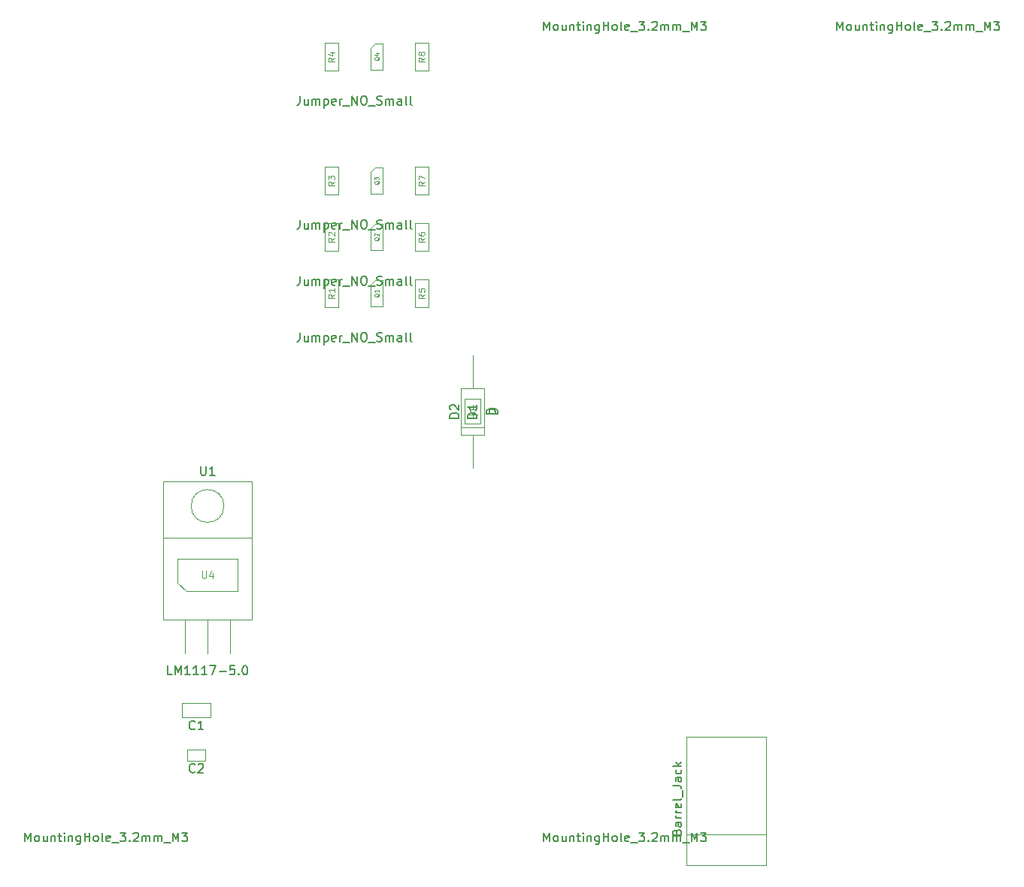
<source format=gbr>
G04 #@! TF.FileFunction,Other,Fab,Top*
%FSLAX46Y46*%
G04 Gerber Fmt 4.6, Leading zero omitted, Abs format (unit mm)*
G04 Created by KiCad (PCBNEW 4.0.4-stable) date 12/21/17 08:36:57*
%MOMM*%
%LPD*%
G01*
G04 APERTURE LIST*
%ADD10C,0.250000*%
%ADD11C,0.100000*%
%ADD12C,0.150000*%
%ADD13C,0.075000*%
%ADD14C,0.105000*%
%ADD15C,0.120000*%
G04 APERTURE END LIST*
D10*
D11*
X89230000Y-147790000D02*
X89230000Y-149390000D01*
X86030000Y-147790000D02*
X89230000Y-147790000D01*
X86030000Y-149390000D02*
X86030000Y-147790000D01*
X89230000Y-149390000D02*
X86030000Y-149390000D01*
X88630000Y-153050000D02*
X88630000Y-154290000D01*
X86630000Y-153050000D02*
X88630000Y-153050000D01*
X86630000Y-154290000D02*
X86630000Y-153050000D01*
X88630000Y-154290000D02*
X86630000Y-154290000D01*
X117395000Y-117535000D02*
X120095000Y-117535000D01*
X120095000Y-117535000D02*
X120095000Y-112335000D01*
X120095000Y-112335000D02*
X117395000Y-112335000D01*
X117395000Y-112335000D02*
X117395000Y-117535000D01*
X118745000Y-121285000D02*
X118745000Y-117535000D01*
X118745000Y-108585000D02*
X118745000Y-112335000D01*
X117395000Y-116755000D02*
X120095000Y-116755000D01*
X107250000Y-100650000D02*
X107250000Y-103100000D01*
X107800000Y-100080000D02*
X108650000Y-100080000D01*
X107250000Y-100650000D02*
X107800000Y-100080000D01*
X108650000Y-100080000D02*
X108650000Y-103120000D01*
X107250000Y-103120000D02*
X108650000Y-103120000D01*
X107250000Y-94300000D02*
X107250000Y-96750000D01*
X107800000Y-93730000D02*
X108650000Y-93730000D01*
X107250000Y-94300000D02*
X107800000Y-93730000D01*
X108650000Y-93730000D02*
X108650000Y-96770000D01*
X107250000Y-96770000D02*
X108650000Y-96770000D01*
X107250000Y-87950000D02*
X107250000Y-90400000D01*
X107800000Y-87380000D02*
X108650000Y-87380000D01*
X107250000Y-87950000D02*
X107800000Y-87380000D01*
X108650000Y-87380000D02*
X108650000Y-90420000D01*
X107250000Y-90420000D02*
X108650000Y-90420000D01*
X107250000Y-73980000D02*
X107250000Y-76430000D01*
X107800000Y-73410000D02*
X108650000Y-73410000D01*
X107250000Y-73980000D02*
X107800000Y-73410000D01*
X108650000Y-73410000D02*
X108650000Y-76450000D01*
X107250000Y-76450000D02*
X108650000Y-76450000D01*
X102070000Y-100000000D02*
X103670000Y-100000000D01*
X102070000Y-103200000D02*
X102070000Y-100000000D01*
X103670000Y-103200000D02*
X102070000Y-103200000D01*
X103670000Y-100000000D02*
X103670000Y-103200000D01*
X102070000Y-93650000D02*
X103670000Y-93650000D01*
X102070000Y-96850000D02*
X102070000Y-93650000D01*
X103670000Y-96850000D02*
X102070000Y-96850000D01*
X103670000Y-93650000D02*
X103670000Y-96850000D01*
X102070000Y-87300000D02*
X103670000Y-87300000D01*
X102070000Y-90500000D02*
X102070000Y-87300000D01*
X103670000Y-90500000D02*
X102070000Y-90500000D01*
X103670000Y-87300000D02*
X103670000Y-90500000D01*
X102070000Y-73330000D02*
X103670000Y-73330000D01*
X102070000Y-76530000D02*
X102070000Y-73330000D01*
X103670000Y-76530000D02*
X102070000Y-76530000D01*
X103670000Y-73330000D02*
X103670000Y-76530000D01*
X112230000Y-100000000D02*
X113830000Y-100000000D01*
X112230000Y-103200000D02*
X112230000Y-100000000D01*
X113830000Y-103200000D02*
X112230000Y-103200000D01*
X113830000Y-100000000D02*
X113830000Y-103200000D01*
X112230000Y-93650000D02*
X113830000Y-93650000D01*
X112230000Y-96850000D02*
X112230000Y-93650000D01*
X113830000Y-96850000D02*
X112230000Y-96850000D01*
X113830000Y-93650000D02*
X113830000Y-96850000D01*
X112230000Y-87300000D02*
X113830000Y-87300000D01*
X112230000Y-90500000D02*
X112230000Y-87300000D01*
X113830000Y-90500000D02*
X112230000Y-90500000D01*
X113830000Y-87300000D02*
X113830000Y-90500000D01*
X112230000Y-73330000D02*
X113830000Y-73330000D01*
X112230000Y-76530000D02*
X112230000Y-73330000D01*
X113830000Y-76530000D02*
X112230000Y-76530000D01*
X113830000Y-73330000D02*
X113830000Y-76530000D01*
X83900000Y-129180000D02*
X83900000Y-122780000D01*
X83900000Y-122780000D02*
X93900000Y-122780000D01*
X93900000Y-122780000D02*
X93900000Y-129180000D01*
X93900000Y-129180000D02*
X83900000Y-129180000D01*
X83900000Y-138430000D02*
X83900000Y-129180000D01*
X83900000Y-129180000D02*
X93900000Y-129180000D01*
X93900000Y-129180000D02*
X93900000Y-138430000D01*
X93900000Y-138430000D02*
X83900000Y-138430000D01*
X86360000Y-138430000D02*
X86360000Y-142240000D01*
X88900000Y-138430000D02*
X88900000Y-142240000D01*
X91440000Y-138430000D02*
X91440000Y-142240000D01*
X90750000Y-125580000D02*
G75*
G03X90750000Y-125580000I-1850000J0D01*
G01*
X118745000Y-114685000D02*
X118745000Y-114185000D01*
X119145000Y-114685000D02*
X118745000Y-115285000D01*
X118345000Y-114685000D02*
X119145000Y-114685000D01*
X118745000Y-115285000D02*
X118345000Y-114685000D01*
X118745000Y-115285000D02*
X119295000Y-115285000D01*
X118745000Y-115285000D02*
X118195000Y-115285000D01*
X118745000Y-115685000D02*
X118745000Y-115285000D01*
X119645000Y-116335000D02*
X117845000Y-116335000D01*
X119645000Y-113535000D02*
X119645000Y-116335000D01*
X117845000Y-113535000D02*
X119645000Y-113535000D01*
X117845000Y-116335000D02*
X117845000Y-113535000D01*
X86550000Y-135200000D02*
X85550000Y-134200000D01*
X86550000Y-135200000D02*
X92250000Y-135200000D01*
X85550000Y-134200000D02*
X85550000Y-131500000D01*
X92250000Y-135200000D02*
X92250000Y-131500000D01*
X85550000Y-131500000D02*
X92250000Y-131500000D01*
X142820000Y-162600000D02*
X151820000Y-162600000D01*
X142820000Y-166100000D02*
X151820000Y-166100000D01*
X151820000Y-166100000D02*
X151820000Y-151600000D01*
X151820000Y-151600000D02*
X142820000Y-151600000D01*
X142820000Y-151600000D02*
X142820000Y-166100000D01*
D12*
X126770952Y-71962381D02*
X126770952Y-70962381D01*
X127104286Y-71676667D01*
X127437619Y-70962381D01*
X127437619Y-71962381D01*
X128056666Y-71962381D02*
X127961428Y-71914762D01*
X127913809Y-71867143D01*
X127866190Y-71771905D01*
X127866190Y-71486190D01*
X127913809Y-71390952D01*
X127961428Y-71343333D01*
X128056666Y-71295714D01*
X128199524Y-71295714D01*
X128294762Y-71343333D01*
X128342381Y-71390952D01*
X128390000Y-71486190D01*
X128390000Y-71771905D01*
X128342381Y-71867143D01*
X128294762Y-71914762D01*
X128199524Y-71962381D01*
X128056666Y-71962381D01*
X129247143Y-71295714D02*
X129247143Y-71962381D01*
X128818571Y-71295714D02*
X128818571Y-71819524D01*
X128866190Y-71914762D01*
X128961428Y-71962381D01*
X129104286Y-71962381D01*
X129199524Y-71914762D01*
X129247143Y-71867143D01*
X129723333Y-71295714D02*
X129723333Y-71962381D01*
X129723333Y-71390952D02*
X129770952Y-71343333D01*
X129866190Y-71295714D01*
X130009048Y-71295714D01*
X130104286Y-71343333D01*
X130151905Y-71438571D01*
X130151905Y-71962381D01*
X130485238Y-71295714D02*
X130866190Y-71295714D01*
X130628095Y-70962381D02*
X130628095Y-71819524D01*
X130675714Y-71914762D01*
X130770952Y-71962381D01*
X130866190Y-71962381D01*
X131199524Y-71962381D02*
X131199524Y-71295714D01*
X131199524Y-70962381D02*
X131151905Y-71010000D01*
X131199524Y-71057619D01*
X131247143Y-71010000D01*
X131199524Y-70962381D01*
X131199524Y-71057619D01*
X131675714Y-71295714D02*
X131675714Y-71962381D01*
X131675714Y-71390952D02*
X131723333Y-71343333D01*
X131818571Y-71295714D01*
X131961429Y-71295714D01*
X132056667Y-71343333D01*
X132104286Y-71438571D01*
X132104286Y-71962381D01*
X133009048Y-71295714D02*
X133009048Y-72105238D01*
X132961429Y-72200476D01*
X132913810Y-72248095D01*
X132818571Y-72295714D01*
X132675714Y-72295714D01*
X132580476Y-72248095D01*
X133009048Y-71914762D02*
X132913810Y-71962381D01*
X132723333Y-71962381D01*
X132628095Y-71914762D01*
X132580476Y-71867143D01*
X132532857Y-71771905D01*
X132532857Y-71486190D01*
X132580476Y-71390952D01*
X132628095Y-71343333D01*
X132723333Y-71295714D01*
X132913810Y-71295714D01*
X133009048Y-71343333D01*
X133485238Y-71962381D02*
X133485238Y-70962381D01*
X133485238Y-71438571D02*
X134056667Y-71438571D01*
X134056667Y-71962381D02*
X134056667Y-70962381D01*
X134675714Y-71962381D02*
X134580476Y-71914762D01*
X134532857Y-71867143D01*
X134485238Y-71771905D01*
X134485238Y-71486190D01*
X134532857Y-71390952D01*
X134580476Y-71343333D01*
X134675714Y-71295714D01*
X134818572Y-71295714D01*
X134913810Y-71343333D01*
X134961429Y-71390952D01*
X135009048Y-71486190D01*
X135009048Y-71771905D01*
X134961429Y-71867143D01*
X134913810Y-71914762D01*
X134818572Y-71962381D01*
X134675714Y-71962381D01*
X135580476Y-71962381D02*
X135485238Y-71914762D01*
X135437619Y-71819524D01*
X135437619Y-70962381D01*
X136342382Y-71914762D02*
X136247144Y-71962381D01*
X136056667Y-71962381D01*
X135961429Y-71914762D01*
X135913810Y-71819524D01*
X135913810Y-71438571D01*
X135961429Y-71343333D01*
X136056667Y-71295714D01*
X136247144Y-71295714D01*
X136342382Y-71343333D01*
X136390001Y-71438571D01*
X136390001Y-71533810D01*
X135913810Y-71629048D01*
X136580477Y-72057619D02*
X137342382Y-72057619D01*
X137485239Y-70962381D02*
X138104287Y-70962381D01*
X137770953Y-71343333D01*
X137913811Y-71343333D01*
X138009049Y-71390952D01*
X138056668Y-71438571D01*
X138104287Y-71533810D01*
X138104287Y-71771905D01*
X138056668Y-71867143D01*
X138009049Y-71914762D01*
X137913811Y-71962381D01*
X137628096Y-71962381D01*
X137532858Y-71914762D01*
X137485239Y-71867143D01*
X138532858Y-71867143D02*
X138580477Y-71914762D01*
X138532858Y-71962381D01*
X138485239Y-71914762D01*
X138532858Y-71867143D01*
X138532858Y-71962381D01*
X138961429Y-71057619D02*
X139009048Y-71010000D01*
X139104286Y-70962381D01*
X139342382Y-70962381D01*
X139437620Y-71010000D01*
X139485239Y-71057619D01*
X139532858Y-71152857D01*
X139532858Y-71248095D01*
X139485239Y-71390952D01*
X138913810Y-71962381D01*
X139532858Y-71962381D01*
X139961429Y-71962381D02*
X139961429Y-71295714D01*
X139961429Y-71390952D02*
X140009048Y-71343333D01*
X140104286Y-71295714D01*
X140247144Y-71295714D01*
X140342382Y-71343333D01*
X140390001Y-71438571D01*
X140390001Y-71962381D01*
X140390001Y-71438571D02*
X140437620Y-71343333D01*
X140532858Y-71295714D01*
X140675715Y-71295714D01*
X140770953Y-71343333D01*
X140818572Y-71438571D01*
X140818572Y-71962381D01*
X141294762Y-71962381D02*
X141294762Y-71295714D01*
X141294762Y-71390952D02*
X141342381Y-71343333D01*
X141437619Y-71295714D01*
X141580477Y-71295714D01*
X141675715Y-71343333D01*
X141723334Y-71438571D01*
X141723334Y-71962381D01*
X141723334Y-71438571D02*
X141770953Y-71343333D01*
X141866191Y-71295714D01*
X142009048Y-71295714D01*
X142104286Y-71343333D01*
X142151905Y-71438571D01*
X142151905Y-71962381D01*
X142390000Y-72057619D02*
X143151905Y-72057619D01*
X143390000Y-71962381D02*
X143390000Y-70962381D01*
X143723334Y-71676667D01*
X144056667Y-70962381D01*
X144056667Y-71962381D01*
X144437619Y-70962381D02*
X145056667Y-70962381D01*
X144723333Y-71343333D01*
X144866191Y-71343333D01*
X144961429Y-71390952D01*
X145009048Y-71438571D01*
X145056667Y-71533810D01*
X145056667Y-71771905D01*
X145009048Y-71867143D01*
X144961429Y-71914762D01*
X144866191Y-71962381D01*
X144580476Y-71962381D01*
X144485238Y-71914762D01*
X144437619Y-71867143D01*
X126770952Y-163402381D02*
X126770952Y-162402381D01*
X127104286Y-163116667D01*
X127437619Y-162402381D01*
X127437619Y-163402381D01*
X128056666Y-163402381D02*
X127961428Y-163354762D01*
X127913809Y-163307143D01*
X127866190Y-163211905D01*
X127866190Y-162926190D01*
X127913809Y-162830952D01*
X127961428Y-162783333D01*
X128056666Y-162735714D01*
X128199524Y-162735714D01*
X128294762Y-162783333D01*
X128342381Y-162830952D01*
X128390000Y-162926190D01*
X128390000Y-163211905D01*
X128342381Y-163307143D01*
X128294762Y-163354762D01*
X128199524Y-163402381D01*
X128056666Y-163402381D01*
X129247143Y-162735714D02*
X129247143Y-163402381D01*
X128818571Y-162735714D02*
X128818571Y-163259524D01*
X128866190Y-163354762D01*
X128961428Y-163402381D01*
X129104286Y-163402381D01*
X129199524Y-163354762D01*
X129247143Y-163307143D01*
X129723333Y-162735714D02*
X129723333Y-163402381D01*
X129723333Y-162830952D02*
X129770952Y-162783333D01*
X129866190Y-162735714D01*
X130009048Y-162735714D01*
X130104286Y-162783333D01*
X130151905Y-162878571D01*
X130151905Y-163402381D01*
X130485238Y-162735714D02*
X130866190Y-162735714D01*
X130628095Y-162402381D02*
X130628095Y-163259524D01*
X130675714Y-163354762D01*
X130770952Y-163402381D01*
X130866190Y-163402381D01*
X131199524Y-163402381D02*
X131199524Y-162735714D01*
X131199524Y-162402381D02*
X131151905Y-162450000D01*
X131199524Y-162497619D01*
X131247143Y-162450000D01*
X131199524Y-162402381D01*
X131199524Y-162497619D01*
X131675714Y-162735714D02*
X131675714Y-163402381D01*
X131675714Y-162830952D02*
X131723333Y-162783333D01*
X131818571Y-162735714D01*
X131961429Y-162735714D01*
X132056667Y-162783333D01*
X132104286Y-162878571D01*
X132104286Y-163402381D01*
X133009048Y-162735714D02*
X133009048Y-163545238D01*
X132961429Y-163640476D01*
X132913810Y-163688095D01*
X132818571Y-163735714D01*
X132675714Y-163735714D01*
X132580476Y-163688095D01*
X133009048Y-163354762D02*
X132913810Y-163402381D01*
X132723333Y-163402381D01*
X132628095Y-163354762D01*
X132580476Y-163307143D01*
X132532857Y-163211905D01*
X132532857Y-162926190D01*
X132580476Y-162830952D01*
X132628095Y-162783333D01*
X132723333Y-162735714D01*
X132913810Y-162735714D01*
X133009048Y-162783333D01*
X133485238Y-163402381D02*
X133485238Y-162402381D01*
X133485238Y-162878571D02*
X134056667Y-162878571D01*
X134056667Y-163402381D02*
X134056667Y-162402381D01*
X134675714Y-163402381D02*
X134580476Y-163354762D01*
X134532857Y-163307143D01*
X134485238Y-163211905D01*
X134485238Y-162926190D01*
X134532857Y-162830952D01*
X134580476Y-162783333D01*
X134675714Y-162735714D01*
X134818572Y-162735714D01*
X134913810Y-162783333D01*
X134961429Y-162830952D01*
X135009048Y-162926190D01*
X135009048Y-163211905D01*
X134961429Y-163307143D01*
X134913810Y-163354762D01*
X134818572Y-163402381D01*
X134675714Y-163402381D01*
X135580476Y-163402381D02*
X135485238Y-163354762D01*
X135437619Y-163259524D01*
X135437619Y-162402381D01*
X136342382Y-163354762D02*
X136247144Y-163402381D01*
X136056667Y-163402381D01*
X135961429Y-163354762D01*
X135913810Y-163259524D01*
X135913810Y-162878571D01*
X135961429Y-162783333D01*
X136056667Y-162735714D01*
X136247144Y-162735714D01*
X136342382Y-162783333D01*
X136390001Y-162878571D01*
X136390001Y-162973810D01*
X135913810Y-163069048D01*
X136580477Y-163497619D02*
X137342382Y-163497619D01*
X137485239Y-162402381D02*
X138104287Y-162402381D01*
X137770953Y-162783333D01*
X137913811Y-162783333D01*
X138009049Y-162830952D01*
X138056668Y-162878571D01*
X138104287Y-162973810D01*
X138104287Y-163211905D01*
X138056668Y-163307143D01*
X138009049Y-163354762D01*
X137913811Y-163402381D01*
X137628096Y-163402381D01*
X137532858Y-163354762D01*
X137485239Y-163307143D01*
X138532858Y-163307143D02*
X138580477Y-163354762D01*
X138532858Y-163402381D01*
X138485239Y-163354762D01*
X138532858Y-163307143D01*
X138532858Y-163402381D01*
X138961429Y-162497619D02*
X139009048Y-162450000D01*
X139104286Y-162402381D01*
X139342382Y-162402381D01*
X139437620Y-162450000D01*
X139485239Y-162497619D01*
X139532858Y-162592857D01*
X139532858Y-162688095D01*
X139485239Y-162830952D01*
X138913810Y-163402381D01*
X139532858Y-163402381D01*
X139961429Y-163402381D02*
X139961429Y-162735714D01*
X139961429Y-162830952D02*
X140009048Y-162783333D01*
X140104286Y-162735714D01*
X140247144Y-162735714D01*
X140342382Y-162783333D01*
X140390001Y-162878571D01*
X140390001Y-163402381D01*
X140390001Y-162878571D02*
X140437620Y-162783333D01*
X140532858Y-162735714D01*
X140675715Y-162735714D01*
X140770953Y-162783333D01*
X140818572Y-162878571D01*
X140818572Y-163402381D01*
X141294762Y-163402381D02*
X141294762Y-162735714D01*
X141294762Y-162830952D02*
X141342381Y-162783333D01*
X141437619Y-162735714D01*
X141580477Y-162735714D01*
X141675715Y-162783333D01*
X141723334Y-162878571D01*
X141723334Y-163402381D01*
X141723334Y-162878571D02*
X141770953Y-162783333D01*
X141866191Y-162735714D01*
X142009048Y-162735714D01*
X142104286Y-162783333D01*
X142151905Y-162878571D01*
X142151905Y-163402381D01*
X142390000Y-163497619D02*
X143151905Y-163497619D01*
X143390000Y-163402381D02*
X143390000Y-162402381D01*
X143723334Y-163116667D01*
X144056667Y-162402381D01*
X144056667Y-163402381D01*
X144437619Y-162402381D02*
X145056667Y-162402381D01*
X144723333Y-162783333D01*
X144866191Y-162783333D01*
X144961429Y-162830952D01*
X145009048Y-162878571D01*
X145056667Y-162973810D01*
X145056667Y-163211905D01*
X145009048Y-163307143D01*
X144961429Y-163354762D01*
X144866191Y-163402381D01*
X144580476Y-163402381D01*
X144485238Y-163354762D01*
X144437619Y-163307143D01*
X68350952Y-163402381D02*
X68350952Y-162402381D01*
X68684286Y-163116667D01*
X69017619Y-162402381D01*
X69017619Y-163402381D01*
X69636666Y-163402381D02*
X69541428Y-163354762D01*
X69493809Y-163307143D01*
X69446190Y-163211905D01*
X69446190Y-162926190D01*
X69493809Y-162830952D01*
X69541428Y-162783333D01*
X69636666Y-162735714D01*
X69779524Y-162735714D01*
X69874762Y-162783333D01*
X69922381Y-162830952D01*
X69970000Y-162926190D01*
X69970000Y-163211905D01*
X69922381Y-163307143D01*
X69874762Y-163354762D01*
X69779524Y-163402381D01*
X69636666Y-163402381D01*
X70827143Y-162735714D02*
X70827143Y-163402381D01*
X70398571Y-162735714D02*
X70398571Y-163259524D01*
X70446190Y-163354762D01*
X70541428Y-163402381D01*
X70684286Y-163402381D01*
X70779524Y-163354762D01*
X70827143Y-163307143D01*
X71303333Y-162735714D02*
X71303333Y-163402381D01*
X71303333Y-162830952D02*
X71350952Y-162783333D01*
X71446190Y-162735714D01*
X71589048Y-162735714D01*
X71684286Y-162783333D01*
X71731905Y-162878571D01*
X71731905Y-163402381D01*
X72065238Y-162735714D02*
X72446190Y-162735714D01*
X72208095Y-162402381D02*
X72208095Y-163259524D01*
X72255714Y-163354762D01*
X72350952Y-163402381D01*
X72446190Y-163402381D01*
X72779524Y-163402381D02*
X72779524Y-162735714D01*
X72779524Y-162402381D02*
X72731905Y-162450000D01*
X72779524Y-162497619D01*
X72827143Y-162450000D01*
X72779524Y-162402381D01*
X72779524Y-162497619D01*
X73255714Y-162735714D02*
X73255714Y-163402381D01*
X73255714Y-162830952D02*
X73303333Y-162783333D01*
X73398571Y-162735714D01*
X73541429Y-162735714D01*
X73636667Y-162783333D01*
X73684286Y-162878571D01*
X73684286Y-163402381D01*
X74589048Y-162735714D02*
X74589048Y-163545238D01*
X74541429Y-163640476D01*
X74493810Y-163688095D01*
X74398571Y-163735714D01*
X74255714Y-163735714D01*
X74160476Y-163688095D01*
X74589048Y-163354762D02*
X74493810Y-163402381D01*
X74303333Y-163402381D01*
X74208095Y-163354762D01*
X74160476Y-163307143D01*
X74112857Y-163211905D01*
X74112857Y-162926190D01*
X74160476Y-162830952D01*
X74208095Y-162783333D01*
X74303333Y-162735714D01*
X74493810Y-162735714D01*
X74589048Y-162783333D01*
X75065238Y-163402381D02*
X75065238Y-162402381D01*
X75065238Y-162878571D02*
X75636667Y-162878571D01*
X75636667Y-163402381D02*
X75636667Y-162402381D01*
X76255714Y-163402381D02*
X76160476Y-163354762D01*
X76112857Y-163307143D01*
X76065238Y-163211905D01*
X76065238Y-162926190D01*
X76112857Y-162830952D01*
X76160476Y-162783333D01*
X76255714Y-162735714D01*
X76398572Y-162735714D01*
X76493810Y-162783333D01*
X76541429Y-162830952D01*
X76589048Y-162926190D01*
X76589048Y-163211905D01*
X76541429Y-163307143D01*
X76493810Y-163354762D01*
X76398572Y-163402381D01*
X76255714Y-163402381D01*
X77160476Y-163402381D02*
X77065238Y-163354762D01*
X77017619Y-163259524D01*
X77017619Y-162402381D01*
X77922382Y-163354762D02*
X77827144Y-163402381D01*
X77636667Y-163402381D01*
X77541429Y-163354762D01*
X77493810Y-163259524D01*
X77493810Y-162878571D01*
X77541429Y-162783333D01*
X77636667Y-162735714D01*
X77827144Y-162735714D01*
X77922382Y-162783333D01*
X77970001Y-162878571D01*
X77970001Y-162973810D01*
X77493810Y-163069048D01*
X78160477Y-163497619D02*
X78922382Y-163497619D01*
X79065239Y-162402381D02*
X79684287Y-162402381D01*
X79350953Y-162783333D01*
X79493811Y-162783333D01*
X79589049Y-162830952D01*
X79636668Y-162878571D01*
X79684287Y-162973810D01*
X79684287Y-163211905D01*
X79636668Y-163307143D01*
X79589049Y-163354762D01*
X79493811Y-163402381D01*
X79208096Y-163402381D01*
X79112858Y-163354762D01*
X79065239Y-163307143D01*
X80112858Y-163307143D02*
X80160477Y-163354762D01*
X80112858Y-163402381D01*
X80065239Y-163354762D01*
X80112858Y-163307143D01*
X80112858Y-163402381D01*
X80541429Y-162497619D02*
X80589048Y-162450000D01*
X80684286Y-162402381D01*
X80922382Y-162402381D01*
X81017620Y-162450000D01*
X81065239Y-162497619D01*
X81112858Y-162592857D01*
X81112858Y-162688095D01*
X81065239Y-162830952D01*
X80493810Y-163402381D01*
X81112858Y-163402381D01*
X81541429Y-163402381D02*
X81541429Y-162735714D01*
X81541429Y-162830952D02*
X81589048Y-162783333D01*
X81684286Y-162735714D01*
X81827144Y-162735714D01*
X81922382Y-162783333D01*
X81970001Y-162878571D01*
X81970001Y-163402381D01*
X81970001Y-162878571D02*
X82017620Y-162783333D01*
X82112858Y-162735714D01*
X82255715Y-162735714D01*
X82350953Y-162783333D01*
X82398572Y-162878571D01*
X82398572Y-163402381D01*
X82874762Y-163402381D02*
X82874762Y-162735714D01*
X82874762Y-162830952D02*
X82922381Y-162783333D01*
X83017619Y-162735714D01*
X83160477Y-162735714D01*
X83255715Y-162783333D01*
X83303334Y-162878571D01*
X83303334Y-163402381D01*
X83303334Y-162878571D02*
X83350953Y-162783333D01*
X83446191Y-162735714D01*
X83589048Y-162735714D01*
X83684286Y-162783333D01*
X83731905Y-162878571D01*
X83731905Y-163402381D01*
X83970000Y-163497619D02*
X84731905Y-163497619D01*
X84970000Y-163402381D02*
X84970000Y-162402381D01*
X85303334Y-163116667D01*
X85636667Y-162402381D01*
X85636667Y-163402381D01*
X86017619Y-162402381D02*
X86636667Y-162402381D01*
X86303333Y-162783333D01*
X86446191Y-162783333D01*
X86541429Y-162830952D01*
X86589048Y-162878571D01*
X86636667Y-162973810D01*
X86636667Y-163211905D01*
X86589048Y-163307143D01*
X86541429Y-163354762D01*
X86446191Y-163402381D01*
X86160476Y-163402381D01*
X86065238Y-163354762D01*
X86017619Y-163307143D01*
X87463334Y-150697143D02*
X87415715Y-150744762D01*
X87272858Y-150792381D01*
X87177620Y-150792381D01*
X87034762Y-150744762D01*
X86939524Y-150649524D01*
X86891905Y-150554286D01*
X86844286Y-150363810D01*
X86844286Y-150220952D01*
X86891905Y-150030476D01*
X86939524Y-149935238D01*
X87034762Y-149840000D01*
X87177620Y-149792381D01*
X87272858Y-149792381D01*
X87415715Y-149840000D01*
X87463334Y-149887619D01*
X88415715Y-150792381D02*
X87844286Y-150792381D01*
X88130000Y-150792381D02*
X88130000Y-149792381D01*
X88034762Y-149935238D01*
X87939524Y-150030476D01*
X87844286Y-150078095D01*
X87463334Y-155527143D02*
X87415715Y-155574762D01*
X87272858Y-155622381D01*
X87177620Y-155622381D01*
X87034762Y-155574762D01*
X86939524Y-155479524D01*
X86891905Y-155384286D01*
X86844286Y-155193810D01*
X86844286Y-155050952D01*
X86891905Y-154860476D01*
X86939524Y-154765238D01*
X87034762Y-154670000D01*
X87177620Y-154622381D01*
X87272858Y-154622381D01*
X87415715Y-154670000D01*
X87463334Y-154717619D01*
X87844286Y-154717619D02*
X87891905Y-154670000D01*
X87987143Y-154622381D01*
X88225239Y-154622381D01*
X88320477Y-154670000D01*
X88368096Y-154717619D01*
X88415715Y-154812857D01*
X88415715Y-154908095D01*
X88368096Y-155050952D01*
X87796667Y-155622381D01*
X88415715Y-155622381D01*
X121607381Y-115196905D02*
X120607381Y-115196905D01*
X120607381Y-114958810D01*
X120655000Y-114815952D01*
X120750238Y-114720714D01*
X120845476Y-114673095D01*
X121035952Y-114625476D01*
X121178810Y-114625476D01*
X121369286Y-114673095D01*
X121464524Y-114720714D01*
X121559762Y-114815952D01*
X121607381Y-114958810D01*
X121607381Y-115196905D01*
X119197381Y-115673095D02*
X118197381Y-115673095D01*
X118197381Y-115435000D01*
X118245000Y-115292142D01*
X118340238Y-115196904D01*
X118435476Y-115149285D01*
X118625952Y-115101666D01*
X118768810Y-115101666D01*
X118959286Y-115149285D01*
X119054524Y-115196904D01*
X119149762Y-115292142D01*
X119197381Y-115435000D01*
X119197381Y-115673095D01*
X119197381Y-114149285D02*
X119197381Y-114720714D01*
X119197381Y-114435000D02*
X118197381Y-114435000D01*
X118340238Y-114530238D01*
X118435476Y-114625476D01*
X118483095Y-114720714D01*
D13*
X108223810Y-101647619D02*
X108200000Y-101695238D01*
X108152381Y-101742857D01*
X108080952Y-101814286D01*
X108057143Y-101861905D01*
X108057143Y-101909524D01*
X108176190Y-101885714D02*
X108152381Y-101933333D01*
X108104762Y-101980952D01*
X108009524Y-102004762D01*
X107842857Y-102004762D01*
X107747619Y-101980952D01*
X107700000Y-101933333D01*
X107676190Y-101885714D01*
X107676190Y-101790476D01*
X107700000Y-101742857D01*
X107747619Y-101695238D01*
X107842857Y-101671429D01*
X108009524Y-101671429D01*
X108104762Y-101695238D01*
X108152381Y-101742857D01*
X108176190Y-101790476D01*
X108176190Y-101885714D01*
X108176190Y-101195238D02*
X108176190Y-101480952D01*
X108176190Y-101338095D02*
X107676190Y-101338095D01*
X107747619Y-101385714D01*
X107795238Y-101433333D01*
X107819048Y-101480952D01*
X108223810Y-95297619D02*
X108200000Y-95345238D01*
X108152381Y-95392857D01*
X108080952Y-95464286D01*
X108057143Y-95511905D01*
X108057143Y-95559524D01*
X108176190Y-95535714D02*
X108152381Y-95583333D01*
X108104762Y-95630952D01*
X108009524Y-95654762D01*
X107842857Y-95654762D01*
X107747619Y-95630952D01*
X107700000Y-95583333D01*
X107676190Y-95535714D01*
X107676190Y-95440476D01*
X107700000Y-95392857D01*
X107747619Y-95345238D01*
X107842857Y-95321429D01*
X108009524Y-95321429D01*
X108104762Y-95345238D01*
X108152381Y-95392857D01*
X108176190Y-95440476D01*
X108176190Y-95535714D01*
X107723810Y-95130952D02*
X107700000Y-95107142D01*
X107676190Y-95059523D01*
X107676190Y-94940476D01*
X107700000Y-94892857D01*
X107723810Y-94869047D01*
X107771429Y-94845238D01*
X107819048Y-94845238D01*
X107890476Y-94869047D01*
X108176190Y-95154761D01*
X108176190Y-94845238D01*
X108223810Y-88947619D02*
X108200000Y-88995238D01*
X108152381Y-89042857D01*
X108080952Y-89114286D01*
X108057143Y-89161905D01*
X108057143Y-89209524D01*
X108176190Y-89185714D02*
X108152381Y-89233333D01*
X108104762Y-89280952D01*
X108009524Y-89304762D01*
X107842857Y-89304762D01*
X107747619Y-89280952D01*
X107700000Y-89233333D01*
X107676190Y-89185714D01*
X107676190Y-89090476D01*
X107700000Y-89042857D01*
X107747619Y-88995238D01*
X107842857Y-88971429D01*
X108009524Y-88971429D01*
X108104762Y-88995238D01*
X108152381Y-89042857D01*
X108176190Y-89090476D01*
X108176190Y-89185714D01*
X107676190Y-88804761D02*
X107676190Y-88495238D01*
X107866667Y-88661904D01*
X107866667Y-88590476D01*
X107890476Y-88542857D01*
X107914286Y-88519047D01*
X107961905Y-88495238D01*
X108080952Y-88495238D01*
X108128571Y-88519047D01*
X108152381Y-88542857D01*
X108176190Y-88590476D01*
X108176190Y-88733333D01*
X108152381Y-88780952D01*
X108128571Y-88804761D01*
X108223810Y-74977619D02*
X108200000Y-75025238D01*
X108152381Y-75072857D01*
X108080952Y-75144286D01*
X108057143Y-75191905D01*
X108057143Y-75239524D01*
X108176190Y-75215714D02*
X108152381Y-75263333D01*
X108104762Y-75310952D01*
X108009524Y-75334762D01*
X107842857Y-75334762D01*
X107747619Y-75310952D01*
X107700000Y-75263333D01*
X107676190Y-75215714D01*
X107676190Y-75120476D01*
X107700000Y-75072857D01*
X107747619Y-75025238D01*
X107842857Y-75001429D01*
X108009524Y-75001429D01*
X108104762Y-75025238D01*
X108152381Y-75072857D01*
X108176190Y-75120476D01*
X108176190Y-75215714D01*
X107842857Y-74572857D02*
X108176190Y-74572857D01*
X107652381Y-74691904D02*
X108009524Y-74810952D01*
X108009524Y-74501428D01*
D14*
X103186667Y-101716666D02*
X102853333Y-101950000D01*
X103186667Y-102116666D02*
X102486667Y-102116666D01*
X102486667Y-101850000D01*
X102520000Y-101783333D01*
X102553333Y-101750000D01*
X102620000Y-101716666D01*
X102720000Y-101716666D01*
X102786667Y-101750000D01*
X102820000Y-101783333D01*
X102853333Y-101850000D01*
X102853333Y-102116666D01*
X103186667Y-101050000D02*
X103186667Y-101450000D01*
X103186667Y-101250000D02*
X102486667Y-101250000D01*
X102586667Y-101316666D01*
X102653333Y-101383333D01*
X102686667Y-101450000D01*
X103186667Y-95366666D02*
X102853333Y-95600000D01*
X103186667Y-95766666D02*
X102486667Y-95766666D01*
X102486667Y-95500000D01*
X102520000Y-95433333D01*
X102553333Y-95400000D01*
X102620000Y-95366666D01*
X102720000Y-95366666D01*
X102786667Y-95400000D01*
X102820000Y-95433333D01*
X102853333Y-95500000D01*
X102853333Y-95766666D01*
X102553333Y-95100000D02*
X102520000Y-95066666D01*
X102486667Y-95000000D01*
X102486667Y-94833333D01*
X102520000Y-94766666D01*
X102553333Y-94733333D01*
X102620000Y-94700000D01*
X102686667Y-94700000D01*
X102786667Y-94733333D01*
X103186667Y-95133333D01*
X103186667Y-94700000D01*
X103186667Y-89016666D02*
X102853333Y-89250000D01*
X103186667Y-89416666D02*
X102486667Y-89416666D01*
X102486667Y-89150000D01*
X102520000Y-89083333D01*
X102553333Y-89050000D01*
X102620000Y-89016666D01*
X102720000Y-89016666D01*
X102786667Y-89050000D01*
X102820000Y-89083333D01*
X102853333Y-89150000D01*
X102853333Y-89416666D01*
X102486667Y-88783333D02*
X102486667Y-88350000D01*
X102753333Y-88583333D01*
X102753333Y-88483333D01*
X102786667Y-88416666D01*
X102820000Y-88383333D01*
X102886667Y-88350000D01*
X103053333Y-88350000D01*
X103120000Y-88383333D01*
X103153333Y-88416666D01*
X103186667Y-88483333D01*
X103186667Y-88683333D01*
X103153333Y-88750000D01*
X103120000Y-88783333D01*
X103186667Y-75046666D02*
X102853333Y-75280000D01*
X103186667Y-75446666D02*
X102486667Y-75446666D01*
X102486667Y-75180000D01*
X102520000Y-75113333D01*
X102553333Y-75080000D01*
X102620000Y-75046666D01*
X102720000Y-75046666D01*
X102786667Y-75080000D01*
X102820000Y-75113333D01*
X102853333Y-75180000D01*
X102853333Y-75446666D01*
X102720000Y-74446666D02*
X103186667Y-74446666D01*
X102453333Y-74613333D02*
X102953333Y-74780000D01*
X102953333Y-74346666D01*
X113346667Y-101716666D02*
X113013333Y-101950000D01*
X113346667Y-102116666D02*
X112646667Y-102116666D01*
X112646667Y-101850000D01*
X112680000Y-101783333D01*
X112713333Y-101750000D01*
X112780000Y-101716666D01*
X112880000Y-101716666D01*
X112946667Y-101750000D01*
X112980000Y-101783333D01*
X113013333Y-101850000D01*
X113013333Y-102116666D01*
X112646667Y-101083333D02*
X112646667Y-101416666D01*
X112980000Y-101450000D01*
X112946667Y-101416666D01*
X112913333Y-101350000D01*
X112913333Y-101183333D01*
X112946667Y-101116666D01*
X112980000Y-101083333D01*
X113046667Y-101050000D01*
X113213333Y-101050000D01*
X113280000Y-101083333D01*
X113313333Y-101116666D01*
X113346667Y-101183333D01*
X113346667Y-101350000D01*
X113313333Y-101416666D01*
X113280000Y-101450000D01*
X113346667Y-95366666D02*
X113013333Y-95600000D01*
X113346667Y-95766666D02*
X112646667Y-95766666D01*
X112646667Y-95500000D01*
X112680000Y-95433333D01*
X112713333Y-95400000D01*
X112780000Y-95366666D01*
X112880000Y-95366666D01*
X112946667Y-95400000D01*
X112980000Y-95433333D01*
X113013333Y-95500000D01*
X113013333Y-95766666D01*
X112646667Y-94766666D02*
X112646667Y-94900000D01*
X112680000Y-94966666D01*
X112713333Y-95000000D01*
X112813333Y-95066666D01*
X112946667Y-95100000D01*
X113213333Y-95100000D01*
X113280000Y-95066666D01*
X113313333Y-95033333D01*
X113346667Y-94966666D01*
X113346667Y-94833333D01*
X113313333Y-94766666D01*
X113280000Y-94733333D01*
X113213333Y-94700000D01*
X113046667Y-94700000D01*
X112980000Y-94733333D01*
X112946667Y-94766666D01*
X112913333Y-94833333D01*
X112913333Y-94966666D01*
X112946667Y-95033333D01*
X112980000Y-95066666D01*
X113046667Y-95100000D01*
X113346667Y-89016666D02*
X113013333Y-89250000D01*
X113346667Y-89416666D02*
X112646667Y-89416666D01*
X112646667Y-89150000D01*
X112680000Y-89083333D01*
X112713333Y-89050000D01*
X112780000Y-89016666D01*
X112880000Y-89016666D01*
X112946667Y-89050000D01*
X112980000Y-89083333D01*
X113013333Y-89150000D01*
X113013333Y-89416666D01*
X112646667Y-88783333D02*
X112646667Y-88316666D01*
X113346667Y-88616666D01*
X113346667Y-75046666D02*
X113013333Y-75280000D01*
X113346667Y-75446666D02*
X112646667Y-75446666D01*
X112646667Y-75180000D01*
X112680000Y-75113333D01*
X112713333Y-75080000D01*
X112780000Y-75046666D01*
X112880000Y-75046666D01*
X112946667Y-75080000D01*
X112980000Y-75113333D01*
X113013333Y-75180000D01*
X113013333Y-75446666D01*
X112946667Y-74646666D02*
X112913333Y-74713333D01*
X112880000Y-74746666D01*
X112813333Y-74780000D01*
X112780000Y-74780000D01*
X112713333Y-74746666D01*
X112680000Y-74713333D01*
X112646667Y-74646666D01*
X112646667Y-74513333D01*
X112680000Y-74446666D01*
X112713333Y-74413333D01*
X112780000Y-74380000D01*
X112813333Y-74380000D01*
X112880000Y-74413333D01*
X112913333Y-74446666D01*
X112946667Y-74513333D01*
X112946667Y-74646666D01*
X112980000Y-74713333D01*
X113013333Y-74746666D01*
X113080000Y-74780000D01*
X113213333Y-74780000D01*
X113280000Y-74746666D01*
X113313333Y-74713333D01*
X113346667Y-74646666D01*
X113346667Y-74513333D01*
X113313333Y-74446666D01*
X113280000Y-74413333D01*
X113213333Y-74380000D01*
X113080000Y-74380000D01*
X113013333Y-74413333D01*
X112980000Y-74446666D01*
X112946667Y-74513333D01*
D12*
X84923810Y-144592381D02*
X84447619Y-144592381D01*
X84447619Y-143592381D01*
X85257143Y-144592381D02*
X85257143Y-143592381D01*
X85590477Y-144306667D01*
X85923810Y-143592381D01*
X85923810Y-144592381D01*
X86923810Y-144592381D02*
X86352381Y-144592381D01*
X86638095Y-144592381D02*
X86638095Y-143592381D01*
X86542857Y-143735238D01*
X86447619Y-143830476D01*
X86352381Y-143878095D01*
X87876191Y-144592381D02*
X87304762Y-144592381D01*
X87590476Y-144592381D02*
X87590476Y-143592381D01*
X87495238Y-143735238D01*
X87400000Y-143830476D01*
X87304762Y-143878095D01*
X88828572Y-144592381D02*
X88257143Y-144592381D01*
X88542857Y-144592381D02*
X88542857Y-143592381D01*
X88447619Y-143735238D01*
X88352381Y-143830476D01*
X88257143Y-143878095D01*
X89161905Y-143592381D02*
X89828572Y-143592381D01*
X89400000Y-144592381D01*
X90209524Y-144211429D02*
X90971429Y-144211429D01*
X91923810Y-143592381D02*
X91447619Y-143592381D01*
X91400000Y-144068571D01*
X91447619Y-144020952D01*
X91542857Y-143973333D01*
X91780953Y-143973333D01*
X91876191Y-144020952D01*
X91923810Y-144068571D01*
X91971429Y-144163810D01*
X91971429Y-144401905D01*
X91923810Y-144497143D01*
X91876191Y-144544762D01*
X91780953Y-144592381D01*
X91542857Y-144592381D01*
X91447619Y-144544762D01*
X91400000Y-144497143D01*
X92400000Y-144497143D02*
X92447619Y-144544762D01*
X92400000Y-144592381D01*
X92352381Y-144544762D01*
X92400000Y-144497143D01*
X92400000Y-144592381D01*
X93066666Y-143592381D02*
X93161905Y-143592381D01*
X93257143Y-143640000D01*
X93304762Y-143687619D01*
X93352381Y-143782857D01*
X93400000Y-143973333D01*
X93400000Y-144211429D01*
X93352381Y-144401905D01*
X93304762Y-144497143D01*
X93257143Y-144544762D01*
X93161905Y-144592381D01*
X93066666Y-144592381D01*
X92971428Y-144544762D01*
X92923809Y-144497143D01*
X92876190Y-144401905D01*
X92828571Y-144211429D01*
X92828571Y-143973333D01*
X92876190Y-143782857D01*
X92923809Y-143687619D01*
X92971428Y-143640000D01*
X93066666Y-143592381D01*
X88138095Y-121112381D02*
X88138095Y-121921905D01*
X88185714Y-122017143D01*
X88233333Y-122064762D01*
X88328571Y-122112381D01*
X88519048Y-122112381D01*
X88614286Y-122064762D01*
X88661905Y-122017143D01*
X88709524Y-121921905D01*
X88709524Y-121112381D01*
X89709524Y-122112381D02*
X89138095Y-122112381D01*
X89423809Y-122112381D02*
X89423809Y-121112381D01*
X89328571Y-121255238D01*
X89233333Y-121350476D01*
X89138095Y-121398095D01*
X121297381Y-115196905D02*
X120297381Y-115196905D01*
X120297381Y-114958810D01*
X120345000Y-114815952D01*
X120440238Y-114720714D01*
X120535476Y-114673095D01*
X120725952Y-114625476D01*
X120868810Y-114625476D01*
X121059286Y-114673095D01*
X121154524Y-114720714D01*
X121249762Y-114815952D01*
X121297381Y-114958810D01*
X121297381Y-115196905D01*
X117197381Y-115673095D02*
X116197381Y-115673095D01*
X116197381Y-115435000D01*
X116245000Y-115292142D01*
X116340238Y-115196904D01*
X116435476Y-115149285D01*
X116625952Y-115101666D01*
X116768810Y-115101666D01*
X116959286Y-115149285D01*
X117054524Y-115196904D01*
X117149762Y-115292142D01*
X117197381Y-115435000D01*
X117197381Y-115673095D01*
X116292619Y-114720714D02*
X116245000Y-114673095D01*
X116197381Y-114577857D01*
X116197381Y-114339761D01*
X116245000Y-114244523D01*
X116292619Y-114196904D01*
X116387857Y-114149285D01*
X116483095Y-114149285D01*
X116625952Y-114196904D01*
X117197381Y-114768333D01*
X117197381Y-114149285D01*
D15*
X88290476Y-132911905D02*
X88290476Y-133559524D01*
X88328571Y-133635714D01*
X88366667Y-133673810D01*
X88442857Y-133711905D01*
X88595238Y-133711905D01*
X88671429Y-133673810D01*
X88709524Y-133635714D01*
X88747619Y-133559524D01*
X88747619Y-132911905D01*
X89471428Y-133178571D02*
X89471428Y-133711905D01*
X89280952Y-132873810D02*
X89090476Y-133445238D01*
X89585714Y-133445238D01*
D12*
X141748571Y-162338096D02*
X141796190Y-162195239D01*
X141843810Y-162147620D01*
X141939048Y-162100001D01*
X142081905Y-162100001D01*
X142177143Y-162147620D01*
X142224762Y-162195239D01*
X142272381Y-162290477D01*
X142272381Y-162671430D01*
X141272381Y-162671430D01*
X141272381Y-162338096D01*
X141320000Y-162242858D01*
X141367619Y-162195239D01*
X141462857Y-162147620D01*
X141558095Y-162147620D01*
X141653333Y-162195239D01*
X141700952Y-162242858D01*
X141748571Y-162338096D01*
X141748571Y-162671430D01*
X142272381Y-161242858D02*
X141748571Y-161242858D01*
X141653333Y-161290477D01*
X141605714Y-161385715D01*
X141605714Y-161576192D01*
X141653333Y-161671430D01*
X142224762Y-161242858D02*
X142272381Y-161338096D01*
X142272381Y-161576192D01*
X142224762Y-161671430D01*
X142129524Y-161719049D01*
X142034286Y-161719049D01*
X141939048Y-161671430D01*
X141891429Y-161576192D01*
X141891429Y-161338096D01*
X141843810Y-161242858D01*
X142272381Y-160766668D02*
X141605714Y-160766668D01*
X141796190Y-160766668D02*
X141700952Y-160719049D01*
X141653333Y-160671430D01*
X141605714Y-160576192D01*
X141605714Y-160480953D01*
X142272381Y-160147620D02*
X141605714Y-160147620D01*
X141796190Y-160147620D02*
X141700952Y-160100001D01*
X141653333Y-160052382D01*
X141605714Y-159957144D01*
X141605714Y-159861905D01*
X142224762Y-159147619D02*
X142272381Y-159242857D01*
X142272381Y-159433334D01*
X142224762Y-159528572D01*
X142129524Y-159576191D01*
X141748571Y-159576191D01*
X141653333Y-159528572D01*
X141605714Y-159433334D01*
X141605714Y-159242857D01*
X141653333Y-159147619D01*
X141748571Y-159100000D01*
X141843810Y-159100000D01*
X141939048Y-159576191D01*
X142272381Y-158528572D02*
X142224762Y-158623810D01*
X142129524Y-158671429D01*
X141272381Y-158671429D01*
X142367619Y-158385714D02*
X142367619Y-157623809D01*
X141272381Y-157099999D02*
X141986667Y-157099999D01*
X142129524Y-157147619D01*
X142224762Y-157242857D01*
X142272381Y-157385714D01*
X142272381Y-157480952D01*
X142272381Y-156195237D02*
X141748571Y-156195237D01*
X141653333Y-156242856D01*
X141605714Y-156338094D01*
X141605714Y-156528571D01*
X141653333Y-156623809D01*
X142224762Y-156195237D02*
X142272381Y-156290475D01*
X142272381Y-156528571D01*
X142224762Y-156623809D01*
X142129524Y-156671428D01*
X142034286Y-156671428D01*
X141939048Y-156623809D01*
X141891429Y-156528571D01*
X141891429Y-156290475D01*
X141843810Y-156195237D01*
X142224762Y-155290475D02*
X142272381Y-155385713D01*
X142272381Y-155576190D01*
X142224762Y-155671428D01*
X142177143Y-155719047D01*
X142081905Y-155766666D01*
X141796190Y-155766666D01*
X141700952Y-155719047D01*
X141653333Y-155671428D01*
X141605714Y-155576190D01*
X141605714Y-155385713D01*
X141653333Y-155290475D01*
X142272381Y-154861904D02*
X141272381Y-154861904D01*
X141891429Y-154766666D02*
X142272381Y-154480951D01*
X141605714Y-154480951D02*
X141986667Y-154861904D01*
X159790952Y-71962381D02*
X159790952Y-70962381D01*
X160124286Y-71676667D01*
X160457619Y-70962381D01*
X160457619Y-71962381D01*
X161076666Y-71962381D02*
X160981428Y-71914762D01*
X160933809Y-71867143D01*
X160886190Y-71771905D01*
X160886190Y-71486190D01*
X160933809Y-71390952D01*
X160981428Y-71343333D01*
X161076666Y-71295714D01*
X161219524Y-71295714D01*
X161314762Y-71343333D01*
X161362381Y-71390952D01*
X161410000Y-71486190D01*
X161410000Y-71771905D01*
X161362381Y-71867143D01*
X161314762Y-71914762D01*
X161219524Y-71962381D01*
X161076666Y-71962381D01*
X162267143Y-71295714D02*
X162267143Y-71962381D01*
X161838571Y-71295714D02*
X161838571Y-71819524D01*
X161886190Y-71914762D01*
X161981428Y-71962381D01*
X162124286Y-71962381D01*
X162219524Y-71914762D01*
X162267143Y-71867143D01*
X162743333Y-71295714D02*
X162743333Y-71962381D01*
X162743333Y-71390952D02*
X162790952Y-71343333D01*
X162886190Y-71295714D01*
X163029048Y-71295714D01*
X163124286Y-71343333D01*
X163171905Y-71438571D01*
X163171905Y-71962381D01*
X163505238Y-71295714D02*
X163886190Y-71295714D01*
X163648095Y-70962381D02*
X163648095Y-71819524D01*
X163695714Y-71914762D01*
X163790952Y-71962381D01*
X163886190Y-71962381D01*
X164219524Y-71962381D02*
X164219524Y-71295714D01*
X164219524Y-70962381D02*
X164171905Y-71010000D01*
X164219524Y-71057619D01*
X164267143Y-71010000D01*
X164219524Y-70962381D01*
X164219524Y-71057619D01*
X164695714Y-71295714D02*
X164695714Y-71962381D01*
X164695714Y-71390952D02*
X164743333Y-71343333D01*
X164838571Y-71295714D01*
X164981429Y-71295714D01*
X165076667Y-71343333D01*
X165124286Y-71438571D01*
X165124286Y-71962381D01*
X166029048Y-71295714D02*
X166029048Y-72105238D01*
X165981429Y-72200476D01*
X165933810Y-72248095D01*
X165838571Y-72295714D01*
X165695714Y-72295714D01*
X165600476Y-72248095D01*
X166029048Y-71914762D02*
X165933810Y-71962381D01*
X165743333Y-71962381D01*
X165648095Y-71914762D01*
X165600476Y-71867143D01*
X165552857Y-71771905D01*
X165552857Y-71486190D01*
X165600476Y-71390952D01*
X165648095Y-71343333D01*
X165743333Y-71295714D01*
X165933810Y-71295714D01*
X166029048Y-71343333D01*
X166505238Y-71962381D02*
X166505238Y-70962381D01*
X166505238Y-71438571D02*
X167076667Y-71438571D01*
X167076667Y-71962381D02*
X167076667Y-70962381D01*
X167695714Y-71962381D02*
X167600476Y-71914762D01*
X167552857Y-71867143D01*
X167505238Y-71771905D01*
X167505238Y-71486190D01*
X167552857Y-71390952D01*
X167600476Y-71343333D01*
X167695714Y-71295714D01*
X167838572Y-71295714D01*
X167933810Y-71343333D01*
X167981429Y-71390952D01*
X168029048Y-71486190D01*
X168029048Y-71771905D01*
X167981429Y-71867143D01*
X167933810Y-71914762D01*
X167838572Y-71962381D01*
X167695714Y-71962381D01*
X168600476Y-71962381D02*
X168505238Y-71914762D01*
X168457619Y-71819524D01*
X168457619Y-70962381D01*
X169362382Y-71914762D02*
X169267144Y-71962381D01*
X169076667Y-71962381D01*
X168981429Y-71914762D01*
X168933810Y-71819524D01*
X168933810Y-71438571D01*
X168981429Y-71343333D01*
X169076667Y-71295714D01*
X169267144Y-71295714D01*
X169362382Y-71343333D01*
X169410001Y-71438571D01*
X169410001Y-71533810D01*
X168933810Y-71629048D01*
X169600477Y-72057619D02*
X170362382Y-72057619D01*
X170505239Y-70962381D02*
X171124287Y-70962381D01*
X170790953Y-71343333D01*
X170933811Y-71343333D01*
X171029049Y-71390952D01*
X171076668Y-71438571D01*
X171124287Y-71533810D01*
X171124287Y-71771905D01*
X171076668Y-71867143D01*
X171029049Y-71914762D01*
X170933811Y-71962381D01*
X170648096Y-71962381D01*
X170552858Y-71914762D01*
X170505239Y-71867143D01*
X171552858Y-71867143D02*
X171600477Y-71914762D01*
X171552858Y-71962381D01*
X171505239Y-71914762D01*
X171552858Y-71867143D01*
X171552858Y-71962381D01*
X171981429Y-71057619D02*
X172029048Y-71010000D01*
X172124286Y-70962381D01*
X172362382Y-70962381D01*
X172457620Y-71010000D01*
X172505239Y-71057619D01*
X172552858Y-71152857D01*
X172552858Y-71248095D01*
X172505239Y-71390952D01*
X171933810Y-71962381D01*
X172552858Y-71962381D01*
X172981429Y-71962381D02*
X172981429Y-71295714D01*
X172981429Y-71390952D02*
X173029048Y-71343333D01*
X173124286Y-71295714D01*
X173267144Y-71295714D01*
X173362382Y-71343333D01*
X173410001Y-71438571D01*
X173410001Y-71962381D01*
X173410001Y-71438571D02*
X173457620Y-71343333D01*
X173552858Y-71295714D01*
X173695715Y-71295714D01*
X173790953Y-71343333D01*
X173838572Y-71438571D01*
X173838572Y-71962381D01*
X174314762Y-71962381D02*
X174314762Y-71295714D01*
X174314762Y-71390952D02*
X174362381Y-71343333D01*
X174457619Y-71295714D01*
X174600477Y-71295714D01*
X174695715Y-71343333D01*
X174743334Y-71438571D01*
X174743334Y-71962381D01*
X174743334Y-71438571D02*
X174790953Y-71343333D01*
X174886191Y-71295714D01*
X175029048Y-71295714D01*
X175124286Y-71343333D01*
X175171905Y-71438571D01*
X175171905Y-71962381D01*
X175410000Y-72057619D02*
X176171905Y-72057619D01*
X176410000Y-71962381D02*
X176410000Y-70962381D01*
X176743334Y-71676667D01*
X177076667Y-70962381D01*
X177076667Y-71962381D01*
X177457619Y-70962381D02*
X178076667Y-70962381D01*
X177743333Y-71343333D01*
X177886191Y-71343333D01*
X177981429Y-71390952D01*
X178029048Y-71438571D01*
X178076667Y-71533810D01*
X178076667Y-71771905D01*
X178029048Y-71867143D01*
X177981429Y-71914762D01*
X177886191Y-71962381D01*
X177600476Y-71962381D01*
X177505238Y-71914762D01*
X177457619Y-71867143D01*
X99314762Y-99677381D02*
X99314762Y-100391667D01*
X99267142Y-100534524D01*
X99171904Y-100629762D01*
X99029047Y-100677381D01*
X98933809Y-100677381D01*
X100219524Y-100010714D02*
X100219524Y-100677381D01*
X99790952Y-100010714D02*
X99790952Y-100534524D01*
X99838571Y-100629762D01*
X99933809Y-100677381D01*
X100076667Y-100677381D01*
X100171905Y-100629762D01*
X100219524Y-100582143D01*
X100695714Y-100677381D02*
X100695714Y-100010714D01*
X100695714Y-100105952D02*
X100743333Y-100058333D01*
X100838571Y-100010714D01*
X100981429Y-100010714D01*
X101076667Y-100058333D01*
X101124286Y-100153571D01*
X101124286Y-100677381D01*
X101124286Y-100153571D02*
X101171905Y-100058333D01*
X101267143Y-100010714D01*
X101410000Y-100010714D01*
X101505238Y-100058333D01*
X101552857Y-100153571D01*
X101552857Y-100677381D01*
X102029047Y-100010714D02*
X102029047Y-101010714D01*
X102029047Y-100058333D02*
X102124285Y-100010714D01*
X102314762Y-100010714D01*
X102410000Y-100058333D01*
X102457619Y-100105952D01*
X102505238Y-100201190D01*
X102505238Y-100486905D01*
X102457619Y-100582143D01*
X102410000Y-100629762D01*
X102314762Y-100677381D01*
X102124285Y-100677381D01*
X102029047Y-100629762D01*
X103314762Y-100629762D02*
X103219524Y-100677381D01*
X103029047Y-100677381D01*
X102933809Y-100629762D01*
X102886190Y-100534524D01*
X102886190Y-100153571D01*
X102933809Y-100058333D01*
X103029047Y-100010714D01*
X103219524Y-100010714D01*
X103314762Y-100058333D01*
X103362381Y-100153571D01*
X103362381Y-100248810D01*
X102886190Y-100344048D01*
X103790952Y-100677381D02*
X103790952Y-100010714D01*
X103790952Y-100201190D02*
X103838571Y-100105952D01*
X103886190Y-100058333D01*
X103981428Y-100010714D01*
X104076667Y-100010714D01*
X104171905Y-100772619D02*
X104933810Y-100772619D01*
X105171905Y-100677381D02*
X105171905Y-99677381D01*
X105743334Y-100677381D01*
X105743334Y-99677381D01*
X106410000Y-99677381D02*
X106600477Y-99677381D01*
X106695715Y-99725000D01*
X106790953Y-99820238D01*
X106838572Y-100010714D01*
X106838572Y-100344048D01*
X106790953Y-100534524D01*
X106695715Y-100629762D01*
X106600477Y-100677381D01*
X106410000Y-100677381D01*
X106314762Y-100629762D01*
X106219524Y-100534524D01*
X106171905Y-100344048D01*
X106171905Y-100010714D01*
X106219524Y-99820238D01*
X106314762Y-99725000D01*
X106410000Y-99677381D01*
X107029048Y-100772619D02*
X107790953Y-100772619D01*
X107981429Y-100629762D02*
X108124286Y-100677381D01*
X108362382Y-100677381D01*
X108457620Y-100629762D01*
X108505239Y-100582143D01*
X108552858Y-100486905D01*
X108552858Y-100391667D01*
X108505239Y-100296429D01*
X108457620Y-100248810D01*
X108362382Y-100201190D01*
X108171905Y-100153571D01*
X108076667Y-100105952D01*
X108029048Y-100058333D01*
X107981429Y-99963095D01*
X107981429Y-99867857D01*
X108029048Y-99772619D01*
X108076667Y-99725000D01*
X108171905Y-99677381D01*
X108410001Y-99677381D01*
X108552858Y-99725000D01*
X108981429Y-100677381D02*
X108981429Y-100010714D01*
X108981429Y-100105952D02*
X109029048Y-100058333D01*
X109124286Y-100010714D01*
X109267144Y-100010714D01*
X109362382Y-100058333D01*
X109410001Y-100153571D01*
X109410001Y-100677381D01*
X109410001Y-100153571D02*
X109457620Y-100058333D01*
X109552858Y-100010714D01*
X109695715Y-100010714D01*
X109790953Y-100058333D01*
X109838572Y-100153571D01*
X109838572Y-100677381D01*
X110743334Y-100677381D02*
X110743334Y-100153571D01*
X110695715Y-100058333D01*
X110600477Y-100010714D01*
X110410000Y-100010714D01*
X110314762Y-100058333D01*
X110743334Y-100629762D02*
X110648096Y-100677381D01*
X110410000Y-100677381D01*
X110314762Y-100629762D01*
X110267143Y-100534524D01*
X110267143Y-100439286D01*
X110314762Y-100344048D01*
X110410000Y-100296429D01*
X110648096Y-100296429D01*
X110743334Y-100248810D01*
X111362381Y-100677381D02*
X111267143Y-100629762D01*
X111219524Y-100534524D01*
X111219524Y-99677381D01*
X111886191Y-100677381D02*
X111790953Y-100629762D01*
X111743334Y-100534524D01*
X111743334Y-99677381D01*
X99314762Y-93327381D02*
X99314762Y-94041667D01*
X99267142Y-94184524D01*
X99171904Y-94279762D01*
X99029047Y-94327381D01*
X98933809Y-94327381D01*
X100219524Y-93660714D02*
X100219524Y-94327381D01*
X99790952Y-93660714D02*
X99790952Y-94184524D01*
X99838571Y-94279762D01*
X99933809Y-94327381D01*
X100076667Y-94327381D01*
X100171905Y-94279762D01*
X100219524Y-94232143D01*
X100695714Y-94327381D02*
X100695714Y-93660714D01*
X100695714Y-93755952D02*
X100743333Y-93708333D01*
X100838571Y-93660714D01*
X100981429Y-93660714D01*
X101076667Y-93708333D01*
X101124286Y-93803571D01*
X101124286Y-94327381D01*
X101124286Y-93803571D02*
X101171905Y-93708333D01*
X101267143Y-93660714D01*
X101410000Y-93660714D01*
X101505238Y-93708333D01*
X101552857Y-93803571D01*
X101552857Y-94327381D01*
X102029047Y-93660714D02*
X102029047Y-94660714D01*
X102029047Y-93708333D02*
X102124285Y-93660714D01*
X102314762Y-93660714D01*
X102410000Y-93708333D01*
X102457619Y-93755952D01*
X102505238Y-93851190D01*
X102505238Y-94136905D01*
X102457619Y-94232143D01*
X102410000Y-94279762D01*
X102314762Y-94327381D01*
X102124285Y-94327381D01*
X102029047Y-94279762D01*
X103314762Y-94279762D02*
X103219524Y-94327381D01*
X103029047Y-94327381D01*
X102933809Y-94279762D01*
X102886190Y-94184524D01*
X102886190Y-93803571D01*
X102933809Y-93708333D01*
X103029047Y-93660714D01*
X103219524Y-93660714D01*
X103314762Y-93708333D01*
X103362381Y-93803571D01*
X103362381Y-93898810D01*
X102886190Y-93994048D01*
X103790952Y-94327381D02*
X103790952Y-93660714D01*
X103790952Y-93851190D02*
X103838571Y-93755952D01*
X103886190Y-93708333D01*
X103981428Y-93660714D01*
X104076667Y-93660714D01*
X104171905Y-94422619D02*
X104933810Y-94422619D01*
X105171905Y-94327381D02*
X105171905Y-93327381D01*
X105743334Y-94327381D01*
X105743334Y-93327381D01*
X106410000Y-93327381D02*
X106600477Y-93327381D01*
X106695715Y-93375000D01*
X106790953Y-93470238D01*
X106838572Y-93660714D01*
X106838572Y-93994048D01*
X106790953Y-94184524D01*
X106695715Y-94279762D01*
X106600477Y-94327381D01*
X106410000Y-94327381D01*
X106314762Y-94279762D01*
X106219524Y-94184524D01*
X106171905Y-93994048D01*
X106171905Y-93660714D01*
X106219524Y-93470238D01*
X106314762Y-93375000D01*
X106410000Y-93327381D01*
X107029048Y-94422619D02*
X107790953Y-94422619D01*
X107981429Y-94279762D02*
X108124286Y-94327381D01*
X108362382Y-94327381D01*
X108457620Y-94279762D01*
X108505239Y-94232143D01*
X108552858Y-94136905D01*
X108552858Y-94041667D01*
X108505239Y-93946429D01*
X108457620Y-93898810D01*
X108362382Y-93851190D01*
X108171905Y-93803571D01*
X108076667Y-93755952D01*
X108029048Y-93708333D01*
X107981429Y-93613095D01*
X107981429Y-93517857D01*
X108029048Y-93422619D01*
X108076667Y-93375000D01*
X108171905Y-93327381D01*
X108410001Y-93327381D01*
X108552858Y-93375000D01*
X108981429Y-94327381D02*
X108981429Y-93660714D01*
X108981429Y-93755952D02*
X109029048Y-93708333D01*
X109124286Y-93660714D01*
X109267144Y-93660714D01*
X109362382Y-93708333D01*
X109410001Y-93803571D01*
X109410001Y-94327381D01*
X109410001Y-93803571D02*
X109457620Y-93708333D01*
X109552858Y-93660714D01*
X109695715Y-93660714D01*
X109790953Y-93708333D01*
X109838572Y-93803571D01*
X109838572Y-94327381D01*
X110743334Y-94327381D02*
X110743334Y-93803571D01*
X110695715Y-93708333D01*
X110600477Y-93660714D01*
X110410000Y-93660714D01*
X110314762Y-93708333D01*
X110743334Y-94279762D02*
X110648096Y-94327381D01*
X110410000Y-94327381D01*
X110314762Y-94279762D01*
X110267143Y-94184524D01*
X110267143Y-94089286D01*
X110314762Y-93994048D01*
X110410000Y-93946429D01*
X110648096Y-93946429D01*
X110743334Y-93898810D01*
X111362381Y-94327381D02*
X111267143Y-94279762D01*
X111219524Y-94184524D01*
X111219524Y-93327381D01*
X111886191Y-94327381D02*
X111790953Y-94279762D01*
X111743334Y-94184524D01*
X111743334Y-93327381D01*
X99314762Y-106027381D02*
X99314762Y-106741667D01*
X99267142Y-106884524D01*
X99171904Y-106979762D01*
X99029047Y-107027381D01*
X98933809Y-107027381D01*
X100219524Y-106360714D02*
X100219524Y-107027381D01*
X99790952Y-106360714D02*
X99790952Y-106884524D01*
X99838571Y-106979762D01*
X99933809Y-107027381D01*
X100076667Y-107027381D01*
X100171905Y-106979762D01*
X100219524Y-106932143D01*
X100695714Y-107027381D02*
X100695714Y-106360714D01*
X100695714Y-106455952D02*
X100743333Y-106408333D01*
X100838571Y-106360714D01*
X100981429Y-106360714D01*
X101076667Y-106408333D01*
X101124286Y-106503571D01*
X101124286Y-107027381D01*
X101124286Y-106503571D02*
X101171905Y-106408333D01*
X101267143Y-106360714D01*
X101410000Y-106360714D01*
X101505238Y-106408333D01*
X101552857Y-106503571D01*
X101552857Y-107027381D01*
X102029047Y-106360714D02*
X102029047Y-107360714D01*
X102029047Y-106408333D02*
X102124285Y-106360714D01*
X102314762Y-106360714D01*
X102410000Y-106408333D01*
X102457619Y-106455952D01*
X102505238Y-106551190D01*
X102505238Y-106836905D01*
X102457619Y-106932143D01*
X102410000Y-106979762D01*
X102314762Y-107027381D01*
X102124285Y-107027381D01*
X102029047Y-106979762D01*
X103314762Y-106979762D02*
X103219524Y-107027381D01*
X103029047Y-107027381D01*
X102933809Y-106979762D01*
X102886190Y-106884524D01*
X102886190Y-106503571D01*
X102933809Y-106408333D01*
X103029047Y-106360714D01*
X103219524Y-106360714D01*
X103314762Y-106408333D01*
X103362381Y-106503571D01*
X103362381Y-106598810D01*
X102886190Y-106694048D01*
X103790952Y-107027381D02*
X103790952Y-106360714D01*
X103790952Y-106551190D02*
X103838571Y-106455952D01*
X103886190Y-106408333D01*
X103981428Y-106360714D01*
X104076667Y-106360714D01*
X104171905Y-107122619D02*
X104933810Y-107122619D01*
X105171905Y-107027381D02*
X105171905Y-106027381D01*
X105743334Y-107027381D01*
X105743334Y-106027381D01*
X106410000Y-106027381D02*
X106600477Y-106027381D01*
X106695715Y-106075000D01*
X106790953Y-106170238D01*
X106838572Y-106360714D01*
X106838572Y-106694048D01*
X106790953Y-106884524D01*
X106695715Y-106979762D01*
X106600477Y-107027381D01*
X106410000Y-107027381D01*
X106314762Y-106979762D01*
X106219524Y-106884524D01*
X106171905Y-106694048D01*
X106171905Y-106360714D01*
X106219524Y-106170238D01*
X106314762Y-106075000D01*
X106410000Y-106027381D01*
X107029048Y-107122619D02*
X107790953Y-107122619D01*
X107981429Y-106979762D02*
X108124286Y-107027381D01*
X108362382Y-107027381D01*
X108457620Y-106979762D01*
X108505239Y-106932143D01*
X108552858Y-106836905D01*
X108552858Y-106741667D01*
X108505239Y-106646429D01*
X108457620Y-106598810D01*
X108362382Y-106551190D01*
X108171905Y-106503571D01*
X108076667Y-106455952D01*
X108029048Y-106408333D01*
X107981429Y-106313095D01*
X107981429Y-106217857D01*
X108029048Y-106122619D01*
X108076667Y-106075000D01*
X108171905Y-106027381D01*
X108410001Y-106027381D01*
X108552858Y-106075000D01*
X108981429Y-107027381D02*
X108981429Y-106360714D01*
X108981429Y-106455952D02*
X109029048Y-106408333D01*
X109124286Y-106360714D01*
X109267144Y-106360714D01*
X109362382Y-106408333D01*
X109410001Y-106503571D01*
X109410001Y-107027381D01*
X109410001Y-106503571D02*
X109457620Y-106408333D01*
X109552858Y-106360714D01*
X109695715Y-106360714D01*
X109790953Y-106408333D01*
X109838572Y-106503571D01*
X109838572Y-107027381D01*
X110743334Y-107027381D02*
X110743334Y-106503571D01*
X110695715Y-106408333D01*
X110600477Y-106360714D01*
X110410000Y-106360714D01*
X110314762Y-106408333D01*
X110743334Y-106979762D02*
X110648096Y-107027381D01*
X110410000Y-107027381D01*
X110314762Y-106979762D01*
X110267143Y-106884524D01*
X110267143Y-106789286D01*
X110314762Y-106694048D01*
X110410000Y-106646429D01*
X110648096Y-106646429D01*
X110743334Y-106598810D01*
X111362381Y-107027381D02*
X111267143Y-106979762D01*
X111219524Y-106884524D01*
X111219524Y-106027381D01*
X111886191Y-107027381D02*
X111790953Y-106979762D01*
X111743334Y-106884524D01*
X111743334Y-106027381D01*
X99314762Y-79357381D02*
X99314762Y-80071667D01*
X99267142Y-80214524D01*
X99171904Y-80309762D01*
X99029047Y-80357381D01*
X98933809Y-80357381D01*
X100219524Y-79690714D02*
X100219524Y-80357381D01*
X99790952Y-79690714D02*
X99790952Y-80214524D01*
X99838571Y-80309762D01*
X99933809Y-80357381D01*
X100076667Y-80357381D01*
X100171905Y-80309762D01*
X100219524Y-80262143D01*
X100695714Y-80357381D02*
X100695714Y-79690714D01*
X100695714Y-79785952D02*
X100743333Y-79738333D01*
X100838571Y-79690714D01*
X100981429Y-79690714D01*
X101076667Y-79738333D01*
X101124286Y-79833571D01*
X101124286Y-80357381D01*
X101124286Y-79833571D02*
X101171905Y-79738333D01*
X101267143Y-79690714D01*
X101410000Y-79690714D01*
X101505238Y-79738333D01*
X101552857Y-79833571D01*
X101552857Y-80357381D01*
X102029047Y-79690714D02*
X102029047Y-80690714D01*
X102029047Y-79738333D02*
X102124285Y-79690714D01*
X102314762Y-79690714D01*
X102410000Y-79738333D01*
X102457619Y-79785952D01*
X102505238Y-79881190D01*
X102505238Y-80166905D01*
X102457619Y-80262143D01*
X102410000Y-80309762D01*
X102314762Y-80357381D01*
X102124285Y-80357381D01*
X102029047Y-80309762D01*
X103314762Y-80309762D02*
X103219524Y-80357381D01*
X103029047Y-80357381D01*
X102933809Y-80309762D01*
X102886190Y-80214524D01*
X102886190Y-79833571D01*
X102933809Y-79738333D01*
X103029047Y-79690714D01*
X103219524Y-79690714D01*
X103314762Y-79738333D01*
X103362381Y-79833571D01*
X103362381Y-79928810D01*
X102886190Y-80024048D01*
X103790952Y-80357381D02*
X103790952Y-79690714D01*
X103790952Y-79881190D02*
X103838571Y-79785952D01*
X103886190Y-79738333D01*
X103981428Y-79690714D01*
X104076667Y-79690714D01*
X104171905Y-80452619D02*
X104933810Y-80452619D01*
X105171905Y-80357381D02*
X105171905Y-79357381D01*
X105743334Y-80357381D01*
X105743334Y-79357381D01*
X106410000Y-79357381D02*
X106600477Y-79357381D01*
X106695715Y-79405000D01*
X106790953Y-79500238D01*
X106838572Y-79690714D01*
X106838572Y-80024048D01*
X106790953Y-80214524D01*
X106695715Y-80309762D01*
X106600477Y-80357381D01*
X106410000Y-80357381D01*
X106314762Y-80309762D01*
X106219524Y-80214524D01*
X106171905Y-80024048D01*
X106171905Y-79690714D01*
X106219524Y-79500238D01*
X106314762Y-79405000D01*
X106410000Y-79357381D01*
X107029048Y-80452619D02*
X107790953Y-80452619D01*
X107981429Y-80309762D02*
X108124286Y-80357381D01*
X108362382Y-80357381D01*
X108457620Y-80309762D01*
X108505239Y-80262143D01*
X108552858Y-80166905D01*
X108552858Y-80071667D01*
X108505239Y-79976429D01*
X108457620Y-79928810D01*
X108362382Y-79881190D01*
X108171905Y-79833571D01*
X108076667Y-79785952D01*
X108029048Y-79738333D01*
X107981429Y-79643095D01*
X107981429Y-79547857D01*
X108029048Y-79452619D01*
X108076667Y-79405000D01*
X108171905Y-79357381D01*
X108410001Y-79357381D01*
X108552858Y-79405000D01*
X108981429Y-80357381D02*
X108981429Y-79690714D01*
X108981429Y-79785952D02*
X109029048Y-79738333D01*
X109124286Y-79690714D01*
X109267144Y-79690714D01*
X109362382Y-79738333D01*
X109410001Y-79833571D01*
X109410001Y-80357381D01*
X109410001Y-79833571D02*
X109457620Y-79738333D01*
X109552858Y-79690714D01*
X109695715Y-79690714D01*
X109790953Y-79738333D01*
X109838572Y-79833571D01*
X109838572Y-80357381D01*
X110743334Y-80357381D02*
X110743334Y-79833571D01*
X110695715Y-79738333D01*
X110600477Y-79690714D01*
X110410000Y-79690714D01*
X110314762Y-79738333D01*
X110743334Y-80309762D02*
X110648096Y-80357381D01*
X110410000Y-80357381D01*
X110314762Y-80309762D01*
X110267143Y-80214524D01*
X110267143Y-80119286D01*
X110314762Y-80024048D01*
X110410000Y-79976429D01*
X110648096Y-79976429D01*
X110743334Y-79928810D01*
X111362381Y-80357381D02*
X111267143Y-80309762D01*
X111219524Y-80214524D01*
X111219524Y-79357381D01*
X111886191Y-80357381D02*
X111790953Y-80309762D01*
X111743334Y-80214524D01*
X111743334Y-79357381D01*
M02*

</source>
